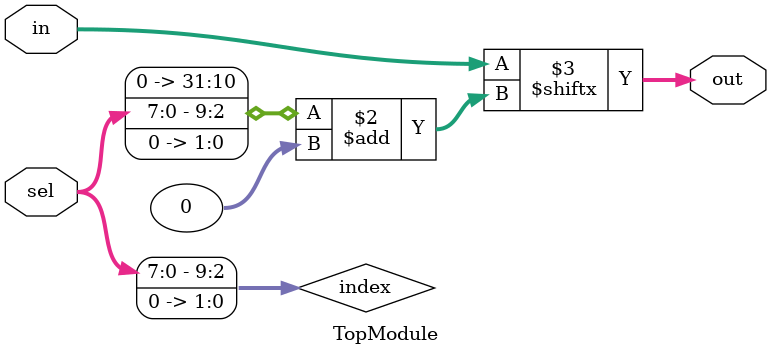
<source format=sv>
module TopModule (
    input  logic [1023:0] in,    // 1024-bit input
    input  logic [7:0]   sel,    // 8-bit select input
    output logic [3:0]   out     // 4-bit output
);

    // Calculate the starting index of the selected 4-bit input
    logic [9:0] index; // 8-bit sel + 2 bits for 4-bit word width
    assign index = sel << 2; // Multiply sel by 4 to get the correct index in the 1024 bits

    // Assign the output based on the selected portion of the input
    assign out = in[index +: 4];  // Grab 4 bits starting from index

endmodule


</source>
